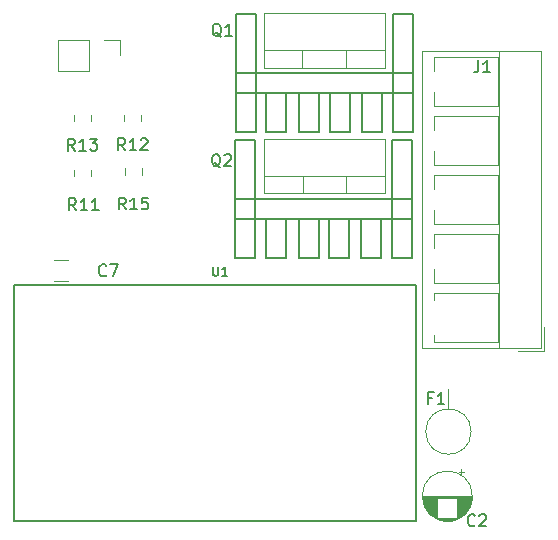
<source format=gbr>
G04 #@! TF.GenerationSoftware,KiCad,Pcbnew,5.0.1*
G04 #@! TF.CreationDate,2019-01-05T16:55:32+01:00*
G04 #@! TF.ProjectId,sensor_board-ac-7 -without-regulator-2,73656E736F725F626F6172642D61632D,V1.2*
G04 #@! TF.SameCoordinates,Original*
G04 #@! TF.FileFunction,Legend,Top*
G04 #@! TF.FilePolarity,Positive*
%FSLAX46Y46*%
G04 Gerber Fmt 4.6, Leading zero omitted, Abs format (unit mm)*
G04 Created by KiCad (PCBNEW 5.0.1) date Sat 05 Jan 2019 04:55:32 PM CET*
%MOMM*%
%LPD*%
G01*
G04 APERTURE LIST*
%ADD10C,0.120000*%
%ADD11C,0.150000*%
%ADD12C,0.127000*%
G04 APERTURE END LIST*
D10*
G04 #@! TO.C,C7*
X33533164Y-49596720D02*
X32329036Y-49596720D01*
X33533164Y-47776720D02*
X32329036Y-47776720D01*
G04 #@! TO.C,F1*
X65737740Y-60398900D02*
X65737740Y-58738900D01*
X67657740Y-62318900D02*
G75*
G03X67657740Y-62318900I-1920000J0D01*
G01*
G04 #@! TO.C,J1*
X73854580Y-55461820D02*
X73854580Y-53461820D01*
X71614580Y-55461820D02*
X73854580Y-55461820D01*
X64554580Y-30611820D02*
X69954580Y-30611820D01*
X64554580Y-34711820D02*
X69954580Y-34711820D01*
X69954580Y-34711820D02*
X69954580Y-30611820D01*
X64554580Y-31777820D02*
X64554580Y-30611820D01*
X64554580Y-34711820D02*
X64554580Y-33544820D01*
X64554580Y-35611820D02*
X69954580Y-35611820D01*
X64554580Y-39711820D02*
X69954580Y-39711820D01*
X69954580Y-39711820D02*
X69954580Y-35611820D01*
X64554580Y-36777820D02*
X64554580Y-35611820D01*
X64554580Y-39711820D02*
X64554580Y-38544820D01*
X64554580Y-40611820D02*
X69954580Y-40611820D01*
X64554580Y-44711820D02*
X69954580Y-44711820D01*
X69954580Y-44711820D02*
X69954580Y-40611820D01*
X64554580Y-41777820D02*
X64554580Y-40611820D01*
X64554580Y-44711820D02*
X64554580Y-43544820D01*
X64554580Y-45611820D02*
X69954580Y-45611820D01*
X64554580Y-49711820D02*
X69954580Y-49711820D01*
X69954580Y-49711820D02*
X69954580Y-45611820D01*
X64554580Y-46777820D02*
X64554580Y-45611820D01*
X64554580Y-49711820D02*
X64554580Y-48544820D01*
X64554580Y-50611820D02*
X69954580Y-50611820D01*
X64554580Y-54711820D02*
X69954580Y-54711820D01*
X69954580Y-54711820D02*
X69954580Y-50611820D01*
X64554580Y-51171820D02*
X64554580Y-50611820D01*
X64554580Y-54711820D02*
X64554580Y-54151820D01*
X63494580Y-30101820D02*
X73614580Y-30101820D01*
X63494580Y-55221820D02*
X73614580Y-55221820D01*
X73614580Y-55221820D02*
X73614580Y-30101820D01*
X63494580Y-55221820D02*
X63494580Y-30101820D01*
X70054580Y-55221820D02*
X70054580Y-30101820D01*
D11*
G04 #@! TO.C,REF\002A\002A*
X62661180Y-42600880D02*
X47661180Y-42600880D01*
X62661180Y-42600880D02*
X62661180Y-37600880D01*
X62661180Y-37600880D02*
X60961180Y-37600880D01*
X60961180Y-37600880D02*
X60961180Y-42600880D01*
X47661180Y-42600880D02*
X47661180Y-37600880D01*
X47661180Y-37600880D02*
X49361180Y-37600880D01*
X49361180Y-37600880D02*
X49361180Y-42600880D01*
X47661180Y-42600880D02*
X47661180Y-44300880D01*
X47661180Y-44300880D02*
X49361180Y-44300880D01*
X49361180Y-44300880D02*
X49361180Y-42500880D01*
X62661180Y-42600880D02*
X62661180Y-44300880D01*
X62661180Y-44300880D02*
X60961180Y-44300880D01*
X60961180Y-44300880D02*
X60961180Y-42600880D01*
X49361180Y-44300880D02*
X61061180Y-44300880D01*
X47661180Y-42600880D02*
X47661180Y-47600880D01*
X47661180Y-47600880D02*
X49361180Y-47600880D01*
X49361180Y-47600880D02*
X49361180Y-43500880D01*
X60961180Y-44300880D02*
X60961180Y-47600880D01*
X60961180Y-47600880D02*
X62661180Y-47600880D01*
X62661180Y-47600880D02*
X62661180Y-44300880D01*
X50261180Y-44300880D02*
X50261180Y-47600880D01*
X50261180Y-47600880D02*
X51961180Y-47600880D01*
X51961180Y-47600880D02*
X51961180Y-44300880D01*
X55661180Y-47600880D02*
X57361180Y-47600880D01*
X55661180Y-44300880D02*
X55661180Y-47600880D01*
X57361180Y-47600880D02*
X57361180Y-44300880D01*
X58361180Y-47600880D02*
X60061180Y-47600880D01*
X58361180Y-44300880D02*
X58361180Y-47600880D01*
X60061180Y-47600880D02*
X60061180Y-44300880D01*
X54761180Y-47600880D02*
X54761180Y-44300880D01*
X53061180Y-44300880D02*
X53061180Y-47600880D01*
X53061180Y-47600880D02*
X54761180Y-47600880D01*
X62717060Y-31945580D02*
X47717060Y-31945580D01*
X62717060Y-31945580D02*
X62717060Y-26945580D01*
X62717060Y-26945580D02*
X61017060Y-26945580D01*
X61017060Y-26945580D02*
X61017060Y-31945580D01*
X47717060Y-31945580D02*
X47717060Y-26945580D01*
X47717060Y-26945580D02*
X49417060Y-26945580D01*
X49417060Y-26945580D02*
X49417060Y-31945580D01*
X47717060Y-31945580D02*
X47717060Y-33645580D01*
X47717060Y-33645580D02*
X49417060Y-33645580D01*
X49417060Y-33645580D02*
X49417060Y-31845580D01*
X62717060Y-31945580D02*
X62717060Y-33645580D01*
X62717060Y-33645580D02*
X61017060Y-33645580D01*
X61017060Y-33645580D02*
X61017060Y-31945580D01*
X49417060Y-33645580D02*
X61117060Y-33645580D01*
X47717060Y-31945580D02*
X47717060Y-36945580D01*
X47717060Y-36945580D02*
X49417060Y-36945580D01*
X49417060Y-36945580D02*
X49417060Y-32845580D01*
X61017060Y-33645580D02*
X61017060Y-36945580D01*
X61017060Y-36945580D02*
X62717060Y-36945580D01*
X62717060Y-36945580D02*
X62717060Y-33645580D01*
X50317060Y-33645580D02*
X50317060Y-36945580D01*
X50317060Y-36945580D02*
X52017060Y-36945580D01*
X52017060Y-36945580D02*
X52017060Y-33645580D01*
X55717060Y-36945580D02*
X57417060Y-36945580D01*
X55717060Y-33645580D02*
X55717060Y-36945580D01*
X57417060Y-36945580D02*
X57417060Y-33645580D01*
X58417060Y-36945580D02*
X60117060Y-36945580D01*
X58417060Y-33645580D02*
X58417060Y-36945580D01*
X60117060Y-36945580D02*
X60117060Y-33645580D01*
X54817060Y-36945580D02*
X54817060Y-33645580D01*
X53117060Y-33645580D02*
X53117060Y-36945580D01*
X53117060Y-36945580D02*
X54817060Y-36945580D01*
D10*
G04 #@! TO.C,J2*
X37908540Y-29137300D02*
X37908540Y-30467300D01*
X36578540Y-29137300D02*
X37908540Y-29137300D01*
X35308540Y-29137300D02*
X35308540Y-31797300D01*
X35308540Y-31797300D02*
X32708540Y-31797300D01*
X35308540Y-29137300D02*
X32708540Y-29137300D01*
X32708540Y-29137300D02*
X32708540Y-31797300D01*
G04 #@! TO.C,C2*
X67036220Y-65711878D02*
X66636220Y-65711879D01*
X66836221Y-65511879D02*
X66836220Y-65911879D01*
X66011221Y-69862680D02*
X65271219Y-69862680D01*
X66178220Y-69822680D02*
X65104220Y-69822680D01*
X66305219Y-69782680D02*
X64977221Y-69782680D01*
X66409220Y-69742680D02*
X64873220Y-69742680D01*
X66500220Y-69702680D02*
X64782220Y-69702680D01*
X66581220Y-69662680D02*
X64701220Y-69662680D01*
X66654220Y-69622680D02*
X64628220Y-69622680D01*
X64801220Y-69582680D02*
X64561220Y-69582680D01*
X66721220Y-69582680D02*
X66481220Y-69582680D01*
X64801220Y-69542680D02*
X64499220Y-69542680D01*
X66783220Y-69542680D02*
X66481220Y-69542680D01*
X64801220Y-69502680D02*
X64441219Y-69502680D01*
X66841221Y-69502680D02*
X66481220Y-69502680D01*
X64801220Y-69462680D02*
X64387220Y-69462680D01*
X66895220Y-69462680D02*
X66481220Y-69462680D01*
X64801220Y-69422680D02*
X64337220Y-69422680D01*
X66945220Y-69422680D02*
X66481220Y-69422680D01*
X64801220Y-69382680D02*
X64290220Y-69382680D01*
X66992220Y-69382680D02*
X66481220Y-69382680D01*
X64801220Y-69342680D02*
X64245219Y-69342680D01*
X67037221Y-69342680D02*
X66481220Y-69342680D01*
X64801220Y-69302680D02*
X64203220Y-69302680D01*
X67079220Y-69302680D02*
X66481220Y-69302680D01*
X64801220Y-69262680D02*
X64163220Y-69262680D01*
X67119220Y-69262680D02*
X66481220Y-69262680D01*
X64801220Y-69222680D02*
X64125220Y-69222680D01*
X67157220Y-69222680D02*
X66481220Y-69222680D01*
X64801220Y-69182680D02*
X64089220Y-69182680D01*
X67193220Y-69182680D02*
X66481220Y-69182680D01*
X64801220Y-69142680D02*
X64054220Y-69142681D01*
X67228220Y-69142681D02*
X66481220Y-69142680D01*
X64801220Y-69102680D02*
X64022220Y-69102680D01*
X67260220Y-69102680D02*
X66481220Y-69102680D01*
X64801220Y-69062680D02*
X63991220Y-69062680D01*
X67291220Y-69062680D02*
X66481220Y-69062680D01*
X64801220Y-69022680D02*
X63961220Y-69022680D01*
X67321220Y-69022680D02*
X66481220Y-69022680D01*
X64801220Y-68982680D02*
X63933221Y-68982680D01*
X67349219Y-68982680D02*
X66481220Y-68982680D01*
X64801220Y-68942680D02*
X63906220Y-68942680D01*
X67376220Y-68942680D02*
X66481220Y-68942680D01*
X64801220Y-68902680D02*
X63881221Y-68902680D01*
X67401219Y-68902680D02*
X66481220Y-68902680D01*
X64801220Y-68862680D02*
X63856220Y-68862680D01*
X67426220Y-68862680D02*
X66481220Y-68862680D01*
X64801220Y-68822680D02*
X63833220Y-68822680D01*
X67449220Y-68822680D02*
X66481220Y-68822680D01*
X64801220Y-68782680D02*
X63811220Y-68782680D01*
X67471220Y-68782680D02*
X66481220Y-68782680D01*
X64801220Y-68742680D02*
X63790220Y-68742680D01*
X67492220Y-68742680D02*
X66481220Y-68742680D01*
X64801220Y-68702680D02*
X63771220Y-68702680D01*
X67511220Y-68702680D02*
X66481220Y-68702680D01*
X64801220Y-68662680D02*
X63752220Y-68662680D01*
X67530220Y-68662680D02*
X66481220Y-68662680D01*
X64801220Y-68622680D02*
X63734220Y-68622680D01*
X67548220Y-68622680D02*
X66481220Y-68622680D01*
X64801220Y-68582680D02*
X63717220Y-68582680D01*
X67565220Y-68582680D02*
X66481220Y-68582680D01*
X64801220Y-68542680D02*
X63701220Y-68542680D01*
X67581220Y-68542680D02*
X66481220Y-68542680D01*
X64801220Y-68502680D02*
X63687220Y-68502680D01*
X67595220Y-68502680D02*
X66481220Y-68502680D01*
X64801220Y-68461680D02*
X63673219Y-68461680D01*
X67609221Y-68461680D02*
X66481220Y-68461680D01*
X64801220Y-68421680D02*
X63659219Y-68421680D01*
X67623221Y-68421680D02*
X66481220Y-68421680D01*
X64801220Y-68381680D02*
X63647220Y-68381680D01*
X67635220Y-68381680D02*
X66481220Y-68381680D01*
X64801220Y-68341680D02*
X63636219Y-68341680D01*
X67646221Y-68341680D02*
X66481220Y-68341680D01*
X64801220Y-68301680D02*
X63625220Y-68301680D01*
X67657220Y-68301680D02*
X66481220Y-68301680D01*
X64801220Y-68261680D02*
X63616220Y-68261680D01*
X67666220Y-68261680D02*
X66481220Y-68261680D01*
X64801220Y-68221680D02*
X63607220Y-68221680D01*
X67675220Y-68221680D02*
X66481220Y-68221680D01*
X64801220Y-68181680D02*
X63599219Y-68181680D01*
X67683221Y-68181680D02*
X66481220Y-68181680D01*
X64801220Y-68141680D02*
X63591220Y-68141680D01*
X67691220Y-68141680D02*
X66481220Y-68141680D01*
X64801220Y-68101680D02*
X63585220Y-68101679D01*
X67697220Y-68101679D02*
X66481220Y-68101680D01*
X64801220Y-68061680D02*
X63579220Y-68061680D01*
X67703220Y-68061680D02*
X66481220Y-68061680D01*
X64801220Y-68021680D02*
X63574220Y-68021680D01*
X67708220Y-68021680D02*
X66481220Y-68021680D01*
X64801220Y-67981680D02*
X63570220Y-67981680D01*
X67712220Y-67981680D02*
X66481220Y-67981680D01*
X67715220Y-67941679D02*
X63567220Y-67941679D01*
X67718220Y-67901680D02*
X63564220Y-67901680D01*
X67720220Y-67861680D02*
X63562220Y-67861680D01*
X67721220Y-67821680D02*
X63561220Y-67821680D01*
X67721220Y-67781680D02*
X63561220Y-67781680D01*
X67761220Y-67781680D02*
G75*
G03X67761220Y-67781680I-2120000J0D01*
G01*
D12*
G04 #@! TO.C,U1*
X28961300Y-49870340D02*
X28961300Y-69870340D01*
X62961300Y-69870340D02*
X62961300Y-49870340D01*
X62961300Y-49870340D02*
X28961300Y-49870340D01*
X28961300Y-69870340D02*
X62961300Y-69870340D01*
D10*
G04 #@! TO.C,Q1*
X60352300Y-31512260D02*
X50112300Y-31512260D01*
X60352300Y-26871260D02*
X50112300Y-26871260D01*
X60352300Y-31512260D02*
X60352300Y-26871260D01*
X50112300Y-31512260D02*
X50112300Y-26871260D01*
X60352300Y-30002260D02*
X50112300Y-30002260D01*
X57082300Y-31512260D02*
X57082300Y-30002260D01*
X53381300Y-31512260D02*
X53381300Y-30002260D01*
G04 #@! TO.C,Q2*
X53399080Y-42154860D02*
X53399080Y-40644860D01*
X57100080Y-42154860D02*
X57100080Y-40644860D01*
X60370080Y-40644860D02*
X50130080Y-40644860D01*
X50130080Y-42154860D02*
X50130080Y-37513860D01*
X60370080Y-42154860D02*
X60370080Y-37513860D01*
X60370080Y-37513860D02*
X50130080Y-37513860D01*
X60370080Y-42154860D02*
X50130080Y-42154860D01*
G04 #@! TO.C,R11*
X34067680Y-40147608D02*
X34067680Y-40670112D01*
X35487680Y-40147608D02*
X35487680Y-40670112D01*
G04 #@! TO.C,R12*
X39668520Y-36057472D02*
X39668520Y-35534968D01*
X38248520Y-36057472D02*
X38248520Y-35534968D01*
G04 #@! TO.C,R13*
X34019420Y-36029532D02*
X34019420Y-35507028D01*
X35439420Y-36029532D02*
X35439420Y-35507028D01*
G04 #@! TO.C,R15*
X39772660Y-40038388D02*
X39772660Y-40560892D01*
X38352660Y-40038388D02*
X38352660Y-40560892D01*
G04 #@! TO.C,C7*
D11*
X36757313Y-49074342D02*
X36709694Y-49121961D01*
X36566837Y-49169580D01*
X36471599Y-49169580D01*
X36328741Y-49121961D01*
X36233503Y-49026723D01*
X36185884Y-48931485D01*
X36138265Y-48741009D01*
X36138265Y-48598152D01*
X36185884Y-48407676D01*
X36233503Y-48312438D01*
X36328741Y-48217200D01*
X36471599Y-48169580D01*
X36566837Y-48169580D01*
X36709694Y-48217200D01*
X36757313Y-48264819D01*
X37090646Y-48169580D02*
X37757313Y-48169580D01*
X37328741Y-49169580D01*
G04 #@! TO.C,F1*
X64342686Y-59473791D02*
X64009353Y-59473791D01*
X64009353Y-59997600D02*
X64009353Y-58997600D01*
X64485543Y-58997600D01*
X65390305Y-59997600D02*
X64818877Y-59997600D01*
X65104591Y-59997600D02*
X65104591Y-58997600D01*
X65009353Y-59140458D01*
X64914115Y-59235696D01*
X64818877Y-59283315D01*
G04 #@! TO.C,J1*
X68261906Y-30900120D02*
X68261906Y-31614406D01*
X68214287Y-31757263D01*
X68119049Y-31852501D01*
X67976192Y-31900120D01*
X67880954Y-31900120D01*
X69261906Y-31900120D02*
X68690478Y-31900120D01*
X68976192Y-31900120D02*
X68976192Y-30900120D01*
X68880954Y-31042978D01*
X68785716Y-31138216D01*
X68690478Y-31185835D01*
G04 #@! TO.C,C2*
X67973913Y-70237622D02*
X67926294Y-70285241D01*
X67783437Y-70332860D01*
X67688199Y-70332860D01*
X67545341Y-70285241D01*
X67450103Y-70190003D01*
X67402484Y-70094765D01*
X67354865Y-69904289D01*
X67354865Y-69761432D01*
X67402484Y-69570956D01*
X67450103Y-69475718D01*
X67545341Y-69380480D01*
X67688199Y-69332860D01*
X67783437Y-69332860D01*
X67926294Y-69380480D01*
X67973913Y-69428099D01*
X68354865Y-69428099D02*
X68402484Y-69380480D01*
X68497722Y-69332860D01*
X68735818Y-69332860D01*
X68831056Y-69380480D01*
X68878675Y-69428099D01*
X68926294Y-69523337D01*
X68926294Y-69618575D01*
X68878675Y-69761432D01*
X68307246Y-70332860D01*
X68926294Y-70332860D01*
G04 #@! TO.C,U1*
D12*
X45809988Y-48371034D02*
X45809988Y-48987891D01*
X45846274Y-49060462D01*
X45882560Y-49096748D01*
X45955131Y-49133034D01*
X46100274Y-49133034D01*
X46172845Y-49096748D01*
X46209131Y-49060462D01*
X46245417Y-48987891D01*
X46245417Y-48371034D01*
X47007417Y-49133034D02*
X46571988Y-49133034D01*
X46789702Y-49133034D02*
X46789702Y-48371034D01*
X46717131Y-48479891D01*
X46644560Y-48552462D01*
X46571988Y-48588748D01*
G04 #@! TO.C,Q1*
D11*
X46501061Y-28899099D02*
X46405823Y-28851480D01*
X46310585Y-28756241D01*
X46167728Y-28613384D01*
X46072490Y-28565765D01*
X45977252Y-28565765D01*
X46024871Y-28803860D02*
X45929633Y-28756241D01*
X45834395Y-28661003D01*
X45786776Y-28470527D01*
X45786776Y-28137194D01*
X45834395Y-27946718D01*
X45929633Y-27851480D01*
X46024871Y-27803860D01*
X46215347Y-27803860D01*
X46310585Y-27851480D01*
X46405823Y-27946718D01*
X46453442Y-28137194D01*
X46453442Y-28470527D01*
X46405823Y-28661003D01*
X46310585Y-28756241D01*
X46215347Y-28803860D01*
X46024871Y-28803860D01*
X47405823Y-28803860D02*
X46834395Y-28803860D01*
X47120109Y-28803860D02*
X47120109Y-27803860D01*
X47024871Y-27946718D01*
X46929633Y-28041956D01*
X46834395Y-28089575D01*
G04 #@! TO.C,Q2*
X46435021Y-39937939D02*
X46339783Y-39890320D01*
X46244545Y-39795081D01*
X46101688Y-39652224D01*
X46006450Y-39604605D01*
X45911212Y-39604605D01*
X45958831Y-39842700D02*
X45863593Y-39795081D01*
X45768355Y-39699843D01*
X45720736Y-39509367D01*
X45720736Y-39176034D01*
X45768355Y-38985558D01*
X45863593Y-38890320D01*
X45958831Y-38842700D01*
X46149307Y-38842700D01*
X46244545Y-38890320D01*
X46339783Y-38985558D01*
X46387402Y-39176034D01*
X46387402Y-39509367D01*
X46339783Y-39699843D01*
X46244545Y-39795081D01*
X46149307Y-39842700D01*
X45958831Y-39842700D01*
X46768355Y-38937939D02*
X46815974Y-38890320D01*
X46911212Y-38842700D01*
X47149307Y-38842700D01*
X47244545Y-38890320D01*
X47292164Y-38937939D01*
X47339783Y-39033177D01*
X47339783Y-39128415D01*
X47292164Y-39271272D01*
X46720736Y-39842700D01*
X47339783Y-39842700D01*
G04 #@! TO.C,R11*
X34208482Y-43579040D02*
X33875149Y-43102850D01*
X33637054Y-43579040D02*
X33637054Y-42579040D01*
X34018006Y-42579040D01*
X34113244Y-42626660D01*
X34160863Y-42674279D01*
X34208482Y-42769517D01*
X34208482Y-42912374D01*
X34160863Y-43007612D01*
X34113244Y-43055231D01*
X34018006Y-43102850D01*
X33637054Y-43102850D01*
X35160863Y-43579040D02*
X34589435Y-43579040D01*
X34875149Y-43579040D02*
X34875149Y-42579040D01*
X34779911Y-42721898D01*
X34684673Y-42817136D01*
X34589435Y-42864755D01*
X36113244Y-43579040D02*
X35541816Y-43579040D01*
X35827530Y-43579040D02*
X35827530Y-42579040D01*
X35732292Y-42721898D01*
X35637054Y-42817136D01*
X35541816Y-42864755D01*
G04 #@! TO.C,R12*
X38361382Y-38496500D02*
X38028049Y-38020310D01*
X37789954Y-38496500D02*
X37789954Y-37496500D01*
X38170906Y-37496500D01*
X38266144Y-37544120D01*
X38313763Y-37591739D01*
X38361382Y-37686977D01*
X38361382Y-37829834D01*
X38313763Y-37925072D01*
X38266144Y-37972691D01*
X38170906Y-38020310D01*
X37789954Y-38020310D01*
X39313763Y-38496500D02*
X38742335Y-38496500D01*
X39028049Y-38496500D02*
X39028049Y-37496500D01*
X38932811Y-37639358D01*
X38837573Y-37734596D01*
X38742335Y-37782215D01*
X39694716Y-37591739D02*
X39742335Y-37544120D01*
X39837573Y-37496500D01*
X40075668Y-37496500D01*
X40170906Y-37544120D01*
X40218525Y-37591739D01*
X40266144Y-37686977D01*
X40266144Y-37782215D01*
X40218525Y-37925072D01*
X39647097Y-38496500D01*
X40266144Y-38496500D01*
G04 #@! TO.C,R13*
X34104342Y-38529520D02*
X33771009Y-38053330D01*
X33532914Y-38529520D02*
X33532914Y-37529520D01*
X33913866Y-37529520D01*
X34009104Y-37577140D01*
X34056723Y-37624759D01*
X34104342Y-37719997D01*
X34104342Y-37862854D01*
X34056723Y-37958092D01*
X34009104Y-38005711D01*
X33913866Y-38053330D01*
X33532914Y-38053330D01*
X35056723Y-38529520D02*
X34485295Y-38529520D01*
X34771009Y-38529520D02*
X34771009Y-37529520D01*
X34675771Y-37672378D01*
X34580533Y-37767616D01*
X34485295Y-37815235D01*
X35390057Y-37529520D02*
X36009104Y-37529520D01*
X35675771Y-37910473D01*
X35818628Y-37910473D01*
X35913866Y-37958092D01*
X35961485Y-38005711D01*
X36009104Y-38100949D01*
X36009104Y-38339044D01*
X35961485Y-38434282D01*
X35913866Y-38481901D01*
X35818628Y-38529520D01*
X35532914Y-38529520D01*
X35437676Y-38481901D01*
X35390057Y-38434282D01*
G04 #@! TO.C,R15*
X38427422Y-43507920D02*
X38094089Y-43031730D01*
X37855994Y-43507920D02*
X37855994Y-42507920D01*
X38236946Y-42507920D01*
X38332184Y-42555540D01*
X38379803Y-42603159D01*
X38427422Y-42698397D01*
X38427422Y-42841254D01*
X38379803Y-42936492D01*
X38332184Y-42984111D01*
X38236946Y-43031730D01*
X37855994Y-43031730D01*
X39379803Y-43507920D02*
X38808375Y-43507920D01*
X39094089Y-43507920D02*
X39094089Y-42507920D01*
X38998851Y-42650778D01*
X38903613Y-42746016D01*
X38808375Y-42793635D01*
X40284565Y-42507920D02*
X39808375Y-42507920D01*
X39760756Y-42984111D01*
X39808375Y-42936492D01*
X39903613Y-42888873D01*
X40141708Y-42888873D01*
X40236946Y-42936492D01*
X40284565Y-42984111D01*
X40332184Y-43079349D01*
X40332184Y-43317444D01*
X40284565Y-43412682D01*
X40236946Y-43460301D01*
X40141708Y-43507920D01*
X39903613Y-43507920D01*
X39808375Y-43460301D01*
X39760756Y-43412682D01*
G04 #@! TD*
M02*

</source>
